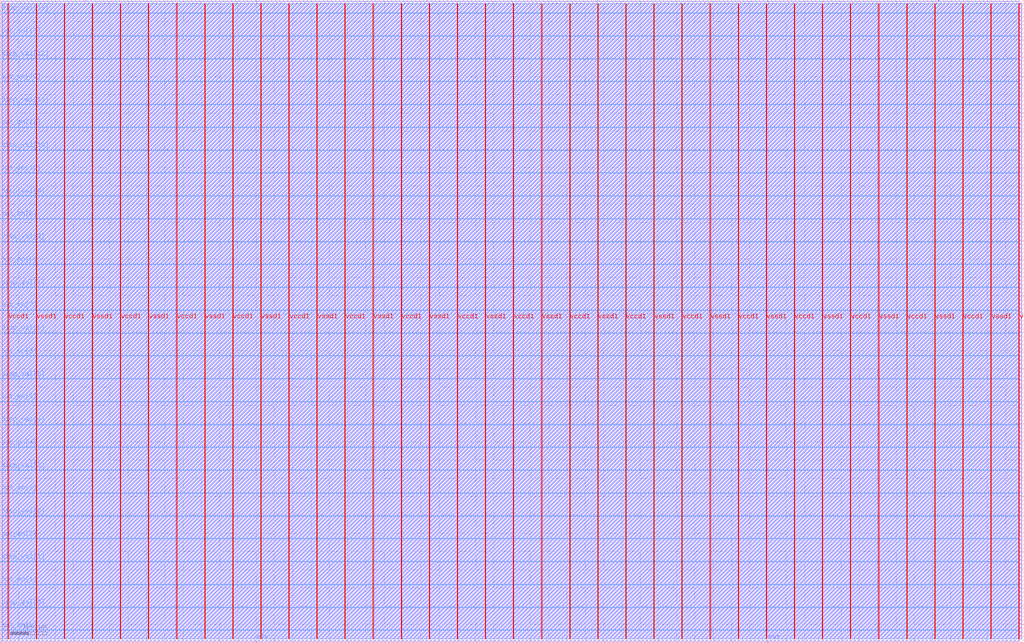
<source format=lef>
VERSION 5.7 ;
  NOWIREEXTENSIONATPIN ON ;
  DIVIDERCHAR "/" ;
  BUSBITCHARS "[]" ;
MACRO counter_top
  CLASS BLOCK ;
  FOREIGN counter_top ;
  ORIGIN 0.000 0.000 ;
  SIZE 2800.000 BY 1760.000 ;
  PIN clk
    DIRECTION INPUT ;
    USE SIGNAL ;
    ANTENNAGATEAREA 0.852000 ;
    PORT
      LAYER met2 ;
        RECT 699.750 0.000 700.030 4.000 ;
    END
  END clk
  PIN cnt_rst
    DIRECTION INPUT ;
    USE SIGNAL ;
    ANTENNAGATEAREA 0.990000 ;
    PORT
      LAYER met2 ;
        RECT 2099.530 1756.000 2099.810 1760.000 ;
    END
  END cnt_rst
  PIN cnt_start
    DIRECTION INPUT ;
    USE SIGNAL ;
    ANTENNAGATEAREA 0.196500 ;
    PORT
      LAYER met2 ;
        RECT 233.770 1756.000 234.050 1760.000 ;
    END
  END cnt_start
  PIN cnt_stop
    DIRECTION INPUT ;
    USE SIGNAL ;
    ANTENNAGATEAREA 0.495000 ;
    PORT
      LAYER met2 ;
        RECT 1166.650 1756.000 1166.930 1760.000 ;
    END
  END cnt_stop
  PIN disp_val[0]
    DIRECTION OUTPUT TRISTATE ;
    USE SIGNAL ;
    ANTENNADIFFAREA 2.673000 ;
    PORT
      LAYER met3 ;
        RECT 0.000 96.600 4.000 97.200 ;
    END
  END disp_val[0]
  PIN disp_val[10]
    DIRECTION OUTPUT TRISTATE ;
    USE SIGNAL ;
    PORT
      LAYER met3 ;
        RECT 0.000 1347.800 4.000 1348.400 ;
    END
  END disp_val[10]
  PIN disp_val[11]
    DIRECTION OUTPUT TRISTATE ;
    USE SIGNAL ;
    PORT
      LAYER met3 ;
        RECT 0.000 1472.920 4.000 1473.520 ;
    END
  END disp_val[11]
  PIN disp_val[12]
    DIRECTION OUTPUT TRISTATE ;
    USE SIGNAL ;
    PORT
      LAYER met3 ;
        RECT 0.000 1598.040 4.000 1598.640 ;
    END
  END disp_val[12]
  PIN disp_val[13]
    DIRECTION OUTPUT TRISTATE ;
    USE SIGNAL ;
    PORT
      LAYER met3 ;
        RECT 0.000 1723.160 4.000 1723.760 ;
    END
  END disp_val[13]
  PIN disp_val[1]
    DIRECTION OUTPUT TRISTATE ;
    USE SIGNAL ;
    ANTENNADIFFAREA 2.673000 ;
    PORT
      LAYER met3 ;
        RECT 0.000 221.720 4.000 222.320 ;
    END
  END disp_val[1]
  PIN disp_val[2]
    DIRECTION OUTPUT TRISTATE ;
    USE SIGNAL ;
    ANTENNADIFFAREA 2.673000 ;
    PORT
      LAYER met3 ;
        RECT 0.000 346.840 4.000 347.440 ;
    END
  END disp_val[2]
  PIN disp_val[3]
    DIRECTION OUTPUT TRISTATE ;
    USE SIGNAL ;
    ANTENNADIFFAREA 2.673000 ;
    PORT
      LAYER met3 ;
        RECT 0.000 471.960 4.000 472.560 ;
    END
  END disp_val[3]
  PIN disp_val[4]
    DIRECTION OUTPUT TRISTATE ;
    USE SIGNAL ;
    ANTENNADIFFAREA 2.673000 ;
    PORT
      LAYER met3 ;
        RECT 0.000 597.080 4.000 597.680 ;
    END
  END disp_val[4]
  PIN disp_val[5]
    DIRECTION OUTPUT TRISTATE ;
    USE SIGNAL ;
    ANTENNADIFFAREA 2.673000 ;
    PORT
      LAYER met3 ;
        RECT 0.000 722.200 4.000 722.800 ;
    END
  END disp_val[5]
  PIN disp_val[6]
    DIRECTION OUTPUT TRISTATE ;
    USE SIGNAL ;
    ANTENNADIFFAREA 2.673000 ;
    PORT
      LAYER met3 ;
        RECT 0.000 847.320 4.000 847.920 ;
    END
  END disp_val[6]
  PIN disp_val[7]
    DIRECTION OUTPUT TRISTATE ;
    USE SIGNAL ;
    PORT
      LAYER met3 ;
        RECT 0.000 972.440 4.000 973.040 ;
    END
  END disp_val[7]
  PIN disp_val[8]
    DIRECTION OUTPUT TRISTATE ;
    USE SIGNAL ;
    PORT
      LAYER met3 ;
        RECT 0.000 1097.560 4.000 1098.160 ;
    END
  END disp_val[8]
  PIN disp_val[9]
    DIRECTION OUTPUT TRISTATE ;
    USE SIGNAL ;
    PORT
      LAYER met3 ;
        RECT 0.000 1222.680 4.000 1223.280 ;
    END
  END disp_val[9]
  PIN out_en[0]
    DIRECTION OUTPUT TRISTATE ;
    USE SIGNAL ;
    PORT
      LAYER met3 ;
        RECT 0.000 34.040 4.000 34.640 ;
    END
  END out_en[0]
  PIN out_en[10]
    DIRECTION OUTPUT TRISTATE ;
    USE SIGNAL ;
    PORT
      LAYER met3 ;
        RECT 0.000 1285.240 4.000 1285.840 ;
    END
  END out_en[10]
  PIN out_en[11]
    DIRECTION OUTPUT TRISTATE ;
    USE SIGNAL ;
    PORT
      LAYER met3 ;
        RECT 0.000 1410.360 4.000 1410.960 ;
    END
  END out_en[11]
  PIN out_en[12]
    DIRECTION OUTPUT TRISTATE ;
    USE SIGNAL ;
    PORT
      LAYER met3 ;
        RECT 0.000 1535.480 4.000 1536.080 ;
    END
  END out_en[12]
  PIN out_en[13]
    DIRECTION OUTPUT TRISTATE ;
    USE SIGNAL ;
    PORT
      LAYER met3 ;
        RECT 0.000 1660.600 4.000 1661.200 ;
    END
  END out_en[13]
  PIN out_en[14]
    DIRECTION OUTPUT TRISTATE ;
    USE SIGNAL ;
    PORT
      LAYER met2 ;
        RECT 2565.970 1756.000 2566.250 1760.000 ;
    END
  END out_en[14]
  PIN out_en[15]
    DIRECTION OUTPUT TRISTATE ;
    USE SIGNAL ;
    PORT
      LAYER met2 ;
        RECT 1633.090 1756.000 1633.370 1760.000 ;
    END
  END out_en[15]
  PIN out_en[16]
    DIRECTION OUTPUT TRISTATE ;
    USE SIGNAL ;
    PORT
      LAYER met2 ;
        RECT 700.210 1756.000 700.490 1760.000 ;
    END
  END out_en[16]
  PIN out_en[1]
    DIRECTION OUTPUT TRISTATE ;
    USE SIGNAL ;
    PORT
      LAYER met3 ;
        RECT 0.000 159.160 4.000 159.760 ;
    END
  END out_en[1]
  PIN out_en[2]
    DIRECTION OUTPUT TRISTATE ;
    USE SIGNAL ;
    PORT
      LAYER met3 ;
        RECT 0.000 284.280 4.000 284.880 ;
    END
  END out_en[2]
  PIN out_en[3]
    DIRECTION OUTPUT TRISTATE ;
    USE SIGNAL ;
    PORT
      LAYER met3 ;
        RECT 0.000 409.400 4.000 410.000 ;
    END
  END out_en[3]
  PIN out_en[4]
    DIRECTION OUTPUT TRISTATE ;
    USE SIGNAL ;
    PORT
      LAYER met3 ;
        RECT 0.000 534.520 4.000 535.120 ;
    END
  END out_en[4]
  PIN out_en[5]
    DIRECTION OUTPUT TRISTATE ;
    USE SIGNAL ;
    PORT
      LAYER met3 ;
        RECT 0.000 659.640 4.000 660.240 ;
    END
  END out_en[5]
  PIN out_en[6]
    DIRECTION OUTPUT TRISTATE ;
    USE SIGNAL ;
    PORT
      LAYER met3 ;
        RECT 0.000 784.760 4.000 785.360 ;
    END
  END out_en[6]
  PIN out_en[7]
    DIRECTION OUTPUT TRISTATE ;
    USE SIGNAL ;
    PORT
      LAYER met3 ;
        RECT 0.000 909.880 4.000 910.480 ;
    END
  END out_en[7]
  PIN out_en[8]
    DIRECTION OUTPUT TRISTATE ;
    USE SIGNAL ;
    PORT
      LAYER met3 ;
        RECT 0.000 1035.000 4.000 1035.600 ;
    END
  END out_en[8]
  PIN out_en[9]
    DIRECTION OUTPUT TRISTATE ;
    USE SIGNAL ;
    PORT
      LAYER met3 ;
        RECT 0.000 1160.120 4.000 1160.720 ;
    END
  END out_en[9]
  PIN rst
    DIRECTION INPUT ;
    USE SIGNAL ;
    ANTENNAGATEAREA 0.990000 ;
    PORT
      LAYER met2 ;
        RECT 2099.530 0.000 2099.810 4.000 ;
    END
  END rst
  PIN vccd1
    DIRECTION INOUT ;
    USE POWER ;
    PORT
      LAYER met4 ;
        RECT 21.040 10.640 22.640 1749.200 ;
    END
    PORT
      LAYER met4 ;
        RECT 174.640 10.640 176.240 1749.200 ;
    END
    PORT
      LAYER met4 ;
        RECT 328.240 10.640 329.840 1749.200 ;
    END
    PORT
      LAYER met4 ;
        RECT 481.840 10.640 483.440 1749.200 ;
    END
    PORT
      LAYER met4 ;
        RECT 635.440 10.640 637.040 1749.200 ;
    END
    PORT
      LAYER met4 ;
        RECT 789.040 10.640 790.640 1749.200 ;
    END
    PORT
      LAYER met4 ;
        RECT 942.640 10.640 944.240 1749.200 ;
    END
    PORT
      LAYER met4 ;
        RECT 1096.240 10.640 1097.840 1749.200 ;
    END
    PORT
      LAYER met4 ;
        RECT 1249.840 10.640 1251.440 1749.200 ;
    END
    PORT
      LAYER met4 ;
        RECT 1403.440 10.640 1405.040 1749.200 ;
    END
    PORT
      LAYER met4 ;
        RECT 1557.040 10.640 1558.640 1749.200 ;
    END
    PORT
      LAYER met4 ;
        RECT 1710.640 10.640 1712.240 1749.200 ;
    END
    PORT
      LAYER met4 ;
        RECT 1864.240 10.640 1865.840 1749.200 ;
    END
    PORT
      LAYER met4 ;
        RECT 2017.840 10.640 2019.440 1749.200 ;
    END
    PORT
      LAYER met4 ;
        RECT 2171.440 10.640 2173.040 1749.200 ;
    END
    PORT
      LAYER met4 ;
        RECT 2325.040 10.640 2326.640 1749.200 ;
    END
    PORT
      LAYER met4 ;
        RECT 2478.640 10.640 2480.240 1749.200 ;
    END
    PORT
      LAYER met4 ;
        RECT 2632.240 10.640 2633.840 1749.200 ;
    END
    PORT
      LAYER met4 ;
        RECT 2785.840 10.640 2787.440 1749.200 ;
    END
  END vccd1
  PIN vssd1
    DIRECTION INOUT ;
    USE GROUND ;
    PORT
      LAYER met4 ;
        RECT 97.840 10.640 99.440 1749.200 ;
    END
    PORT
      LAYER met4 ;
        RECT 251.440 10.640 253.040 1749.200 ;
    END
    PORT
      LAYER met4 ;
        RECT 405.040 10.640 406.640 1749.200 ;
    END
    PORT
      LAYER met4 ;
        RECT 558.640 10.640 560.240 1749.200 ;
    END
    PORT
      LAYER met4 ;
        RECT 712.240 10.640 713.840 1749.200 ;
    END
    PORT
      LAYER met4 ;
        RECT 865.840 10.640 867.440 1749.200 ;
    END
    PORT
      LAYER met4 ;
        RECT 1019.440 10.640 1021.040 1749.200 ;
    END
    PORT
      LAYER met4 ;
        RECT 1173.040 10.640 1174.640 1749.200 ;
    END
    PORT
      LAYER met4 ;
        RECT 1326.640 10.640 1328.240 1749.200 ;
    END
    PORT
      LAYER met4 ;
        RECT 1480.240 10.640 1481.840 1749.200 ;
    END
    PORT
      LAYER met4 ;
        RECT 1633.840 10.640 1635.440 1749.200 ;
    END
    PORT
      LAYER met4 ;
        RECT 1787.440 10.640 1789.040 1749.200 ;
    END
    PORT
      LAYER met4 ;
        RECT 1941.040 10.640 1942.640 1749.200 ;
    END
    PORT
      LAYER met4 ;
        RECT 2094.640 10.640 2096.240 1749.200 ;
    END
    PORT
      LAYER met4 ;
        RECT 2248.240 10.640 2249.840 1749.200 ;
    END
    PORT
      LAYER met4 ;
        RECT 2401.840 10.640 2403.440 1749.200 ;
    END
    PORT
      LAYER met4 ;
        RECT 2555.440 10.640 2557.040 1749.200 ;
    END
    PORT
      LAYER met4 ;
        RECT 2709.040 10.640 2710.640 1749.200 ;
    END
  END vssd1
  OBS
      LAYER li1 ;
        RECT 5.520 10.795 2794.040 1749.045 ;
      LAYER met1 ;
        RECT 4.670 10.640 2794.040 1749.200 ;
      LAYER met2 ;
        RECT 4.690 1755.720 233.490 1756.000 ;
        RECT 234.330 1755.720 699.930 1756.000 ;
        RECT 700.770 1755.720 1166.370 1756.000 ;
        RECT 1167.210 1755.720 1632.810 1756.000 ;
        RECT 1633.650 1755.720 2099.250 1756.000 ;
        RECT 2100.090 1755.720 2565.690 1756.000 ;
        RECT 2566.530 1755.720 2787.410 1756.000 ;
        RECT 4.690 4.280 2787.410 1755.720 ;
        RECT 4.690 4.000 699.470 4.280 ;
        RECT 700.310 4.000 2099.250 4.280 ;
        RECT 2100.090 4.000 2787.410 4.280 ;
      LAYER met3 ;
        RECT 3.990 1724.160 2787.430 1749.125 ;
        RECT 4.400 1722.760 2787.430 1724.160 ;
        RECT 3.990 1661.600 2787.430 1722.760 ;
        RECT 4.400 1660.200 2787.430 1661.600 ;
        RECT 3.990 1599.040 2787.430 1660.200 ;
        RECT 4.400 1597.640 2787.430 1599.040 ;
        RECT 3.990 1536.480 2787.430 1597.640 ;
        RECT 4.400 1535.080 2787.430 1536.480 ;
        RECT 3.990 1473.920 2787.430 1535.080 ;
        RECT 4.400 1472.520 2787.430 1473.920 ;
        RECT 3.990 1411.360 2787.430 1472.520 ;
        RECT 4.400 1409.960 2787.430 1411.360 ;
        RECT 3.990 1348.800 2787.430 1409.960 ;
        RECT 4.400 1347.400 2787.430 1348.800 ;
        RECT 3.990 1286.240 2787.430 1347.400 ;
        RECT 4.400 1284.840 2787.430 1286.240 ;
        RECT 3.990 1223.680 2787.430 1284.840 ;
        RECT 4.400 1222.280 2787.430 1223.680 ;
        RECT 3.990 1161.120 2787.430 1222.280 ;
        RECT 4.400 1159.720 2787.430 1161.120 ;
        RECT 3.990 1098.560 2787.430 1159.720 ;
        RECT 4.400 1097.160 2787.430 1098.560 ;
        RECT 3.990 1036.000 2787.430 1097.160 ;
        RECT 4.400 1034.600 2787.430 1036.000 ;
        RECT 3.990 973.440 2787.430 1034.600 ;
        RECT 4.400 972.040 2787.430 973.440 ;
        RECT 3.990 910.880 2787.430 972.040 ;
        RECT 4.400 909.480 2787.430 910.880 ;
        RECT 3.990 848.320 2787.430 909.480 ;
        RECT 4.400 846.920 2787.430 848.320 ;
        RECT 3.990 785.760 2787.430 846.920 ;
        RECT 4.400 784.360 2787.430 785.760 ;
        RECT 3.990 723.200 2787.430 784.360 ;
        RECT 4.400 721.800 2787.430 723.200 ;
        RECT 3.990 660.640 2787.430 721.800 ;
        RECT 4.400 659.240 2787.430 660.640 ;
        RECT 3.990 598.080 2787.430 659.240 ;
        RECT 4.400 596.680 2787.430 598.080 ;
        RECT 3.990 535.520 2787.430 596.680 ;
        RECT 4.400 534.120 2787.430 535.520 ;
        RECT 3.990 472.960 2787.430 534.120 ;
        RECT 4.400 471.560 2787.430 472.960 ;
        RECT 3.990 410.400 2787.430 471.560 ;
        RECT 4.400 409.000 2787.430 410.400 ;
        RECT 3.990 347.840 2787.430 409.000 ;
        RECT 4.400 346.440 2787.430 347.840 ;
        RECT 3.990 285.280 2787.430 346.440 ;
        RECT 4.400 283.880 2787.430 285.280 ;
        RECT 3.990 222.720 2787.430 283.880 ;
        RECT 4.400 221.320 2787.430 222.720 ;
        RECT 3.990 160.160 2787.430 221.320 ;
        RECT 4.400 158.760 2787.430 160.160 ;
        RECT 3.990 97.600 2787.430 158.760 ;
        RECT 4.400 96.200 2787.430 97.600 ;
        RECT 3.990 35.040 2787.430 96.200 ;
        RECT 4.400 33.640 2787.430 35.040 ;
        RECT 3.990 10.715 2787.430 33.640 ;
  END
END counter_top
END LIBRARY


</source>
